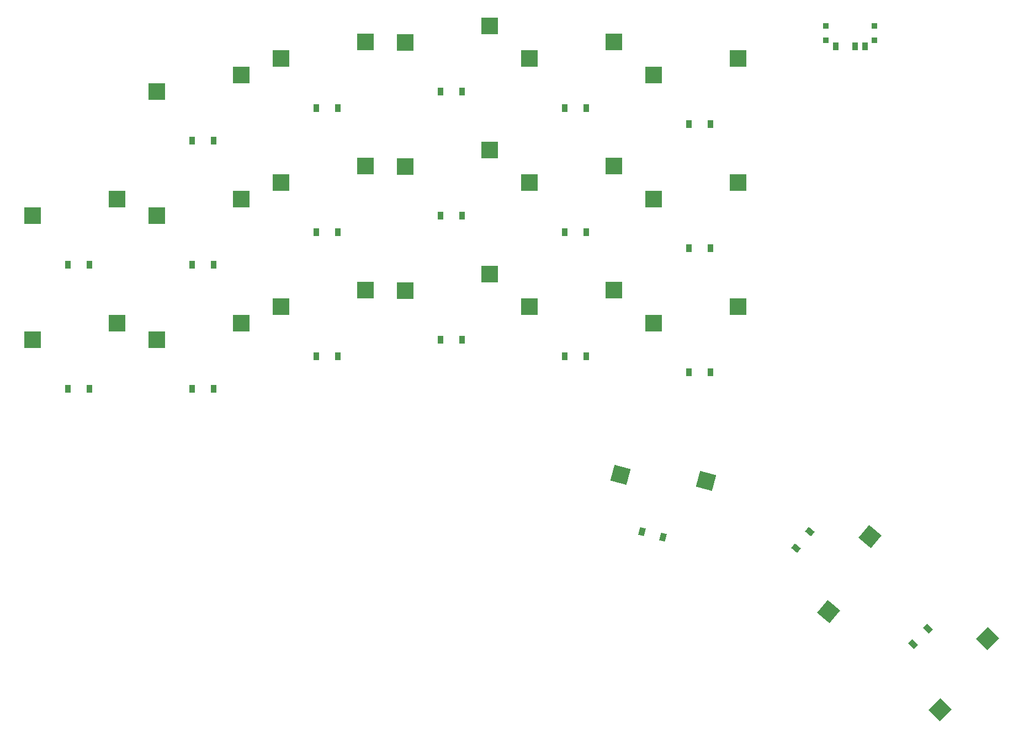
<source format=gbr>
%TF.GenerationSoftware,KiCad,Pcbnew,9.0.7*%
%TF.CreationDate,2026-02-06T22:36:50+02:00*%
%TF.ProjectId,juubo_left_finished,6a757562-6f5f-46c6-9566-745f66696e69,v1.0.0*%
%TF.SameCoordinates,Original*%
%TF.FileFunction,Paste,Bot*%
%TF.FilePolarity,Positive*%
%FSLAX46Y46*%
G04 Gerber Fmt 4.6, Leading zero omitted, Abs format (unit mm)*
G04 Created by KiCad (PCBNEW 9.0.7) date 2026-02-06 22:36:50*
%MOMM*%
%LPD*%
G01*
G04 APERTURE LIST*
G04 Aperture macros list*
%AMRotRect*
0 Rectangle, with rotation*
0 The origin of the aperture is its center*
0 $1 length*
0 $2 width*
0 $3 Rotation angle, in degrees counterclockwise*
0 Add horizontal line*
21,1,$1,$2,0,0,$3*%
G04 Aperture macros list end*
%ADD10R,0.900000X0.900000*%
%ADD11R,0.900000X1.250000*%
%ADD12R,0.900000X1.200000*%
%ADD13R,2.550000X2.500000*%
%ADD14RotRect,2.550000X2.500000X345.000000*%
%ADD15RotRect,2.550000X2.500000X225.000000*%
%ADD16RotRect,0.900000X1.200000X345.000000*%
%ADD17RotRect,0.900000X1.200000X230.000000*%
%ADD18RotRect,2.550000X2.500000X230.000000*%
%ADD19RotRect,0.900000X1.200000X225.000000*%
G04 APERTURE END LIST*
D10*
%TO.C,T1*%
X214600000Y-49310500D03*
X214600000Y-51510500D03*
X222000000Y-49310500D03*
X222000000Y-51510500D03*
D11*
X216050000Y-52485500D03*
X219050000Y-52485500D03*
X220550000Y-52485500D03*
%TD*%
D12*
%TO.C,D1*%
X98350000Y-105000000D03*
X101650000Y-105000000D03*
%TD*%
D13*
%TO.C,S5*%
X111965000Y-59360000D03*
X124892000Y-56820000D03*
%TD*%
%TO.C,S6*%
X131015000Y-92460000D03*
X143942000Y-89920000D03*
%TD*%
%TO.C,S8*%
X131015000Y-54360000D03*
X143942000Y-51820000D03*
%TD*%
D12*
%TO.C,D9*%
X155500000Y-97500000D03*
X158800000Y-97500000D03*
%TD*%
D14*
%TO.C,S18*%
X183063816Y-118262815D03*
X196207739Y-119155118D03*
%TD*%
D15*
%TO.C,S20*%
X239411107Y-143376506D03*
X232066389Y-154313326D03*
%TD*%
D16*
%TO.C,D18*%
X186362127Y-126952579D03*
X189549683Y-127806679D03*
%TD*%
D13*
%TO.C,S11*%
X150065000Y-51860000D03*
X162992000Y-49320000D03*
%TD*%
D12*
%TO.C,D16*%
X193600000Y-83450000D03*
X196900000Y-83450000D03*
%TD*%
%TO.C,D13*%
X174550000Y-80950000D03*
X177850000Y-80950000D03*
%TD*%
%TO.C,D6*%
X136450000Y-100000000D03*
X139750000Y-100000000D03*
%TD*%
%TO.C,D15*%
X193600000Y-102500000D03*
X196900000Y-102500000D03*
%TD*%
D13*
%TO.C,S9*%
X150065000Y-89960000D03*
X162992000Y-87420000D03*
%TD*%
D12*
%TO.C,D7*%
X136450000Y-80950000D03*
X139750000Y-80950000D03*
%TD*%
%TO.C,D17*%
X193600000Y-64400000D03*
X196900000Y-64400000D03*
%TD*%
D13*
%TO.C,S15*%
X188165000Y-94960000D03*
X201092000Y-92420000D03*
%TD*%
D12*
%TO.C,D12*%
X174550000Y-100000000D03*
X177850000Y-100000000D03*
%TD*%
D13*
%TO.C,S16*%
X188165000Y-75910000D03*
X201092000Y-73370000D03*
%TD*%
%TO.C,S7*%
X131015000Y-73410000D03*
X143942000Y-70870000D03*
%TD*%
D12*
%TO.C,D10*%
X155500000Y-78450000D03*
X158800000Y-78450000D03*
%TD*%
%TO.C,D2*%
X98350000Y-85950000D03*
X101650000Y-85950000D03*
%TD*%
%TO.C,D4*%
X117400000Y-85950000D03*
X120700000Y-85950000D03*
%TD*%
%TO.C,D3*%
X117400000Y-105000000D03*
X120700000Y-105000000D03*
%TD*%
D13*
%TO.C,S17*%
X188165000Y-56860000D03*
X201092000Y-54320000D03*
%TD*%
%TO.C,S1*%
X92915000Y-97460000D03*
X105842000Y-94920000D03*
%TD*%
%TO.C,S10*%
X150065000Y-70910000D03*
X162992000Y-68370000D03*
%TD*%
%TO.C,S2*%
X92915000Y-78410000D03*
X105842000Y-75870000D03*
%TD*%
%TO.C,S13*%
X169115000Y-73410000D03*
X182042000Y-70870000D03*
%TD*%
%TO.C,S12*%
X169115000Y-92460000D03*
X182042000Y-89920000D03*
%TD*%
D17*
%TO.C,D19*%
X212091033Y-127004996D03*
X209969833Y-129532942D03*
%TD*%
D12*
%TO.C,D14*%
X174550000Y-61900000D03*
X177850000Y-61900000D03*
%TD*%
%TO.C,D5*%
X117400000Y-66900000D03*
X120700000Y-66900000D03*
%TD*%
%TO.C,D11*%
X155500000Y-59400000D03*
X158800000Y-59400000D03*
%TD*%
D18*
%TO.C,S19*%
X221360559Y-127688163D03*
X214996997Y-139223500D03*
%TD*%
D12*
%TO.C,D8*%
X136450000Y-61900000D03*
X139750000Y-61900000D03*
%TD*%
D19*
%TO.C,D20*%
X230236396Y-141888046D03*
X227902944Y-144221498D03*
%TD*%
D13*
%TO.C,S3*%
X111965000Y-97460000D03*
X124892000Y-94920000D03*
%TD*%
%TO.C,S4*%
X111965000Y-78410000D03*
X124892000Y-75870000D03*
%TD*%
%TO.C,S14*%
X169115000Y-54360000D03*
X182042000Y-51820000D03*
%TD*%
M02*

</source>
